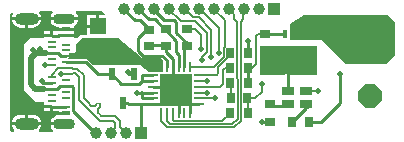
<source format=gtl>
G04*
G04 #@! TF.GenerationSoftware,Altium Limited,Altium Designer,18.1.7 (191)*
G04*
G04 Layer_Physical_Order=1*
G04 Layer_Color=255*
%FSLAX25Y25*%
%MOIN*%
G70*
G01*
G75*
%ADD10C,0.00787*%
%ADD11C,0.00984*%
%ADD13C,0.01000*%
%ADD36R,0.03543X0.03150*%
%ADD37O,0.00787X0.03347*%
%ADD38R,0.02953X0.01181*%
%ADD39R,0.02953X0.00984*%
%ADD40R,0.03543X0.02756*%
%ADD41R,0.02756X0.03543*%
%ADD42R,0.02087X0.01575*%
%ADD43R,0.09646X0.09449*%
%ADD44R,0.01575X0.02953*%
%ADD45R,0.02362X0.03937*%
%ADD46R,0.05512X0.05512*%
%ADD47R,0.03150X0.03543*%
%ADD48O,0.03347X0.00787*%
%ADD49R,0.10551X0.10551*%
%ADD50R,0.03937X0.03150*%
%ADD51C,0.01968*%
%ADD52C,0.00600*%
%ADD53C,0.00800*%
%ADD54P,0.08523X8X292.5*%
%ADD55O,0.08071X0.04035*%
%ADD56O,0.07284X0.03642*%
%ADD57R,0.03937X0.03937*%
%ADD58C,0.03937*%
%ADD59C,0.01968*%
G36*
X60554Y53816D02*
X60362Y53354D01*
X58681D01*
Y49598D01*
X58181D01*
Y49098D01*
X54425D01*
Y46850D01*
X52153D01*
X51083Y45781D01*
X50126D01*
Y46209D01*
X47650D01*
Y47209D01*
X50126D01*
Y48177D01*
X47650D01*
X45173D01*
Y48004D01*
X43228D01*
Y46512D01*
X42728D01*
Y46012D01*
X40252D01*
Y45669D01*
X35433D01*
X33465Y43701D01*
Y28445D01*
X37648Y24262D01*
X40252D01*
Y23390D01*
X42728D01*
Y22890D01*
X43228D01*
Y21398D01*
X45173D01*
Y21224D01*
X47650D01*
Y20224D01*
X45173D01*
Y20026D01*
X45140D01*
X44403Y19929D01*
X43717Y19645D01*
X43128Y19193D01*
X42676Y18604D01*
X42391Y17918D01*
X42360Y17681D01*
X46961D01*
Y16681D01*
X42360D01*
X42391Y16445D01*
X42676Y15758D01*
X43128Y15169D01*
X43261Y15067D01*
X43091Y14567D01*
X38689D01*
X38614Y14786D01*
X38561Y15067D01*
X39016Y15659D01*
X39320Y16393D01*
X39358Y16681D01*
X29367D01*
X29404Y16393D01*
X29708Y15659D01*
X30163Y15067D01*
X30110Y14786D01*
X30035Y14567D01*
X29134D01*
X28740Y14961D01*
Y53543D01*
X29537Y54340D01*
X29914Y54010D01*
X29708Y53742D01*
X29404Y53008D01*
X29367Y52720D01*
X39358D01*
X39320Y53008D01*
X39016Y53742D01*
X38646Y54224D01*
X38847Y54724D01*
X42948D01*
X43117Y54263D01*
X43122Y54224D01*
X42676Y53643D01*
X42391Y52957D01*
X42360Y52720D01*
X51561D01*
X51530Y52957D01*
X51245Y53643D01*
X50800Y54224D01*
X50805Y54263D01*
X50973Y54724D01*
X59646D01*
X60554Y53816D01*
D02*
G37*
G36*
X72423Y39355D02*
X72523Y39255D01*
X72523Y39255D01*
X72801Y39069D01*
X73130Y39004D01*
X73130Y39004D01*
X78435D01*
X79035Y38976D01*
X79724Y38287D01*
Y34449D01*
X75350D01*
X72047Y36614D01*
X56693D01*
X54669Y38638D01*
X48560D01*
X48493Y38722D01*
X48339Y39138D01*
X48443Y39294D01*
X48508Y39622D01*
X48443Y39951D01*
X48339Y40106D01*
X48493Y40522D01*
X48560Y40606D01*
X50250D01*
X50886Y41237D01*
X50886Y43615D01*
X53137Y45866D01*
X64862D01*
X72423Y39355D01*
D02*
G37*
G36*
X157185Y50984D02*
Y39961D01*
X154134Y36909D01*
X154035Y37008D01*
X141000D01*
X132929Y45079D01*
X122047D01*
Y50263D01*
X126772Y53445D01*
X154724D01*
X157185Y50984D01*
D02*
G37*
G36*
X131102Y33476D02*
X122315D01*
Y35034D01*
X124918Y37637D01*
X125104Y37916D01*
X125170Y38244D01*
X125104Y38573D01*
X124918Y38851D01*
X124640Y39037D01*
X124311Y39103D01*
X123982Y39037D01*
X123704Y38851D01*
X120850Y35997D01*
X120663Y35718D01*
X120598Y35390D01*
X120598Y35390D01*
Y33476D01*
X112587D01*
X112205Y33858D01*
X112205Y42913D01*
X131102D01*
X131102Y33476D01*
D02*
G37*
%LPC*%
G36*
X57681Y53354D02*
X54425D01*
Y50098D01*
X57681D01*
Y53354D01*
D02*
G37*
G36*
X51561Y51720D02*
X42360D01*
X42391Y51484D01*
X42676Y50798D01*
X43128Y50209D01*
X43717Y49757D01*
X44403Y49472D01*
X45140Y49375D01*
X45173D01*
Y49177D01*
X47650D01*
X50126D01*
Y49724D01*
X50204Y49757D01*
X50793Y50209D01*
X51245Y50798D01*
X51530Y51484D01*
X51561Y51720D01*
D02*
G37*
G36*
X39358D02*
X34862D01*
Y49177D01*
X36380D01*
X37168Y49280D01*
X37902Y49584D01*
X38532Y50068D01*
X39016Y50699D01*
X39320Y51433D01*
X39358Y51720D01*
D02*
G37*
G36*
X33862D02*
X29367D01*
X29404Y51433D01*
X29708Y50699D01*
X30192Y50068D01*
X30823Y49584D01*
X31557Y49280D01*
X32344Y49177D01*
X33862D01*
Y51720D01*
D02*
G37*
G36*
X42228Y48004D02*
X40252D01*
Y47012D01*
X42228D01*
Y48004D01*
D02*
G37*
G36*
Y22390D02*
X40252D01*
Y21398D01*
X42228D01*
Y22390D01*
D02*
G37*
G36*
X36380Y20225D02*
X34862D01*
Y17681D01*
X39358D01*
X39320Y17969D01*
X39016Y18703D01*
X38532Y19333D01*
X37902Y19817D01*
X37168Y20121D01*
X36380Y20225D01*
D02*
G37*
G36*
X33862D02*
X32344D01*
X31557Y20121D01*
X30823Y19817D01*
X30192Y19333D01*
X29708Y18703D01*
X29404Y17969D01*
X29367Y17681D01*
X33862D01*
Y20225D01*
D02*
G37*
%LPD*%
D10*
X58237Y22011D02*
G03*
X58237Y20897I557J-557D01*
G01*
X56010Y23124D02*
G03*
X57123Y23124I557J557D01*
G01*
X58927Y23814D02*
G03*
X57813Y23814I-557J-557D01*
G01*
X58927Y22701D02*
G03*
X58927Y23814I-557J557D01*
G01*
X40398Y36669D02*
X42728D01*
X44937Y35685D02*
X47650D01*
X42728Y33476D02*
X44937Y35685D01*
X45921Y33716D02*
X47650D01*
X98327Y36122D02*
X102264Y40059D01*
Y40650D01*
X98327Y34055D02*
Y36122D01*
X91732Y33465D02*
X97736D01*
X98327Y34055D01*
X53543Y25591D02*
X54872Y24262D01*
X59350Y19783D02*
X63743D01*
X54872Y24262D02*
X56010Y23124D01*
X58237Y22011D02*
X58927Y22701D01*
X57123Y23124D02*
X57813Y23814D01*
X58237Y20897D02*
X58794Y20340D01*
X59350Y19783D01*
X65551Y16142D02*
X67520Y14173D01*
X65551Y16142D02*
Y17975D01*
X63743Y19783D02*
X65551Y17975D01*
X53543Y25591D02*
Y33286D01*
X51341Y35488D02*
X53543Y33286D01*
X49716Y35488D02*
X51341D01*
X53939Y22968D02*
X58698Y18209D01*
X63976Y15630D02*
Y17323D01*
X63091Y18209D02*
X63976Y17323D01*
X58698Y18209D02*
X63091D01*
X51968Y24938D02*
X53939Y22968D01*
X51968Y24938D02*
Y32634D01*
X50689Y33913D02*
X51968Y32634D01*
X49716Y33913D02*
X50689D01*
X62520Y14173D02*
X63976Y15630D01*
X49520Y33716D02*
X49716Y33913D01*
X49520Y35685D02*
X49716Y35488D01*
X47650Y35685D02*
X49520D01*
X42728Y32732D02*
Y33476D01*
Y32732D02*
X43247D01*
X47650Y33716D02*
X49520D01*
X42728Y36669D02*
X42773Y36714D01*
D11*
X57331Y14173D02*
X57520D01*
X49968Y21536D02*
X57331Y14173D01*
X49968Y21536D02*
Y29418D01*
X49606Y29779D02*
X49968Y29418D01*
X47650Y29779D02*
X49606D01*
X83071Y29528D02*
Y36220D01*
X79134Y23622D02*
X84055Y28543D01*
X85039Y20866D02*
Y27559D01*
X84055Y28543D02*
X85039Y27559D01*
X68533Y23622D02*
X72441D01*
X67942Y24213D02*
X68533Y23622D01*
X66535Y24213D02*
X67942D01*
X67913Y34350D02*
X68602Y33661D01*
X40945Y40606D02*
X42728D01*
X40157Y28795D02*
X42728D01*
X39370Y30819D02*
Y31496D01*
Y30819D02*
X39425Y30764D01*
X80835Y41016D02*
Y43472D01*
X75000Y43406D02*
X80768D01*
X76378Y29528D02*
X81890D01*
X132382Y17717D02*
X138779Y24114D01*
Y33858D01*
X122736Y17717D02*
X127362Y22343D01*
Y23720D01*
X128642Y17717D02*
X132382D01*
X112697Y17717D02*
X115453D01*
X120866Y23130D02*
X121457Y23720D01*
X115256Y23130D02*
X120866D01*
X127362Y23720D02*
X128248Y22835D01*
X121457Y35390D02*
X124311Y38244D01*
X121457Y28051D02*
Y35390D01*
X68602Y33661D02*
X70276D01*
X71260Y27559D02*
X72618D01*
X72716Y27657D01*
X72815Y27559D01*
X65945Y30512D02*
X71732D01*
X62795Y33661D02*
X65945Y30512D01*
X58169Y33661D02*
X62795D01*
X77165Y51968D02*
X84252Y44882D01*
X85039Y36220D02*
Y40161D01*
X84252Y40949D02*
X85039Y40161D01*
X84252Y40949D02*
Y44882D01*
X83071Y36220D02*
Y38780D01*
X80835Y41016D02*
X83071Y38780D01*
X75224Y51968D02*
X77165D01*
X71681Y45598D02*
X75000Y48917D01*
X73130Y39862D02*
X79528D01*
X71681Y41311D02*
X73130Y39862D01*
X79528D02*
X81102Y38287D01*
X84350Y47355D02*
X87697Y44009D01*
X108169Y40650D02*
Y44587D01*
X83465Y51870D02*
X84350Y50984D01*
Y47355D02*
Y50984D01*
X76681Y55512D02*
X80323Y51870D01*
X83465D01*
X87697Y43209D02*
Y44009D01*
X87008Y42520D02*
X87697Y43209D01*
X80768Y43406D02*
X80835Y43472D01*
X66681Y55512D02*
X70618Y51575D01*
X72342D01*
X75000Y48917D01*
X71681Y41311D02*
Y45598D01*
Y55512D02*
X75224Y51968D01*
X71681Y54598D02*
Y55512D01*
X87008Y36220D02*
Y42520D01*
X81102Y36220D02*
Y38287D01*
X71732Y30512D02*
X72716Y31496D01*
X54177Y37654D02*
X58169Y33661D01*
X72441Y23622D02*
X76378D01*
X72441Y14252D02*
X72520Y14173D01*
X72441Y14252D02*
Y23622D01*
X72815Y25886D02*
X73110Y25591D01*
X76378D01*
X72815Y25886D02*
Y27559D01*
X83071Y29528D02*
X84055Y28543D01*
X72716Y31496D02*
Y33188D01*
X72993Y33465D01*
X76378D01*
X72716Y31496D02*
X76378D01*
X72815Y27559D02*
X76378D01*
Y23622D02*
X79134D01*
X86221Y26378D02*
X88976Y23622D01*
X91732D01*
X88976Y20866D02*
Y23622D01*
X47650Y37654D02*
X54177D01*
X39425Y30764D02*
X42728D01*
X45406Y29779D02*
X47650D01*
X44421Y28795D02*
X45406Y29779D01*
X42728Y28795D02*
X44421D01*
X44724Y22890D02*
X44921Y22693D01*
X42728Y22890D02*
X44724D01*
X44921Y22693D02*
X47650D01*
X45839Y39622D02*
X47650D01*
X44854Y40606D02*
X45839Y39622D01*
X42728Y40606D02*
X44854D01*
X45059Y46709D02*
X47650D01*
X44862Y46512D02*
X45059Y46709D01*
X42728Y46512D02*
X44862D01*
D13*
X113976Y47146D02*
X114032Y47201D01*
X120472D01*
X108169Y30779D02*
Y35799D01*
D36*
X80905Y43110D02*
D03*
Y48622D02*
D03*
X75295Y48425D02*
D03*
Y42913D02*
D03*
D37*
X79134Y20866D02*
D03*
X81102D02*
D03*
X83071D02*
D03*
X85039D02*
D03*
X87008D02*
D03*
X88976D02*
D03*
Y36220D02*
D03*
X87008D02*
D03*
X85039D02*
D03*
X83071D02*
D03*
X81102D02*
D03*
X79134D02*
D03*
D38*
X47650Y48677D02*
D03*
Y20724D02*
D03*
D39*
Y46709D02*
D03*
Y43559D02*
D03*
Y41591D02*
D03*
Y39622D02*
D03*
Y37654D02*
D03*
Y35685D02*
D03*
Y33716D02*
D03*
Y31748D02*
D03*
Y29779D02*
D03*
Y27811D02*
D03*
Y25842D02*
D03*
Y22693D02*
D03*
X42728Y22890D02*
D03*
Y24858D02*
D03*
Y26827D02*
D03*
Y28795D02*
D03*
Y30764D02*
D03*
Y32732D02*
D03*
Y36669D02*
D03*
Y38638D02*
D03*
Y40606D02*
D03*
Y42575D02*
D03*
Y44543D02*
D03*
Y46512D02*
D03*
D40*
X87697Y42913D02*
D03*
Y48819D02*
D03*
X113976Y41240D02*
D03*
Y47146D02*
D03*
X115453Y17717D02*
D03*
Y23622D02*
D03*
D41*
X108169Y40650D02*
D03*
X102264D02*
D03*
X108169Y30779D02*
D03*
X102264D02*
D03*
X108165Y20685D02*
D03*
X102260D02*
D03*
X108169Y35799D02*
D03*
X102264D02*
D03*
X128642Y17717D02*
D03*
X122736D02*
D03*
D42*
X130118Y41197D02*
D03*
X118504D02*
D03*
D43*
X124311Y38244D02*
D03*
D44*
X120472Y47201D02*
D03*
X123031D02*
D03*
X125591D02*
D03*
X128150D02*
D03*
D45*
X66535Y24213D02*
D03*
X62795Y33661D02*
D03*
X70276D02*
D03*
D46*
X58181Y49598D02*
D03*
Y42512D02*
D03*
D47*
X102461Y25760D02*
D03*
X107973D02*
D03*
D48*
X76378Y33465D02*
D03*
Y31496D02*
D03*
Y29528D02*
D03*
Y27559D02*
D03*
Y25591D02*
D03*
Y23622D02*
D03*
X91732D02*
D03*
Y25591D02*
D03*
Y27559D02*
D03*
Y29528D02*
D03*
Y31496D02*
D03*
Y33465D02*
D03*
D49*
X84055Y28543D02*
D03*
D50*
X121457Y28051D02*
D03*
Y23720D02*
D03*
X127362Y28051D02*
D03*
Y23720D02*
D03*
D51*
X35827Y38953D02*
X37480Y40606D01*
X35827Y30315D02*
Y38953D01*
X37480Y40606D02*
X40945D01*
X35827Y30315D02*
X37346Y28795D01*
X40157D01*
D52*
X88976Y36220D02*
X96949D01*
X100236Y39507D01*
X101681Y55512D02*
X103543Y53650D01*
Y52126D02*
Y53650D01*
Y52126D02*
X104685Y50984D01*
Y45349D02*
Y50984D01*
X106681Y52055D02*
Y55512D01*
X105748Y51122D02*
X106681Y52055D01*
X105748Y45019D02*
Y51122D01*
X100236Y39507D02*
Y42691D01*
X100394Y42848D01*
Y51799D01*
X96681Y55512D02*
X100394Y51799D01*
X103572Y16013D02*
X105709Y18150D01*
Y18898D01*
X81329Y16013D02*
X103572D01*
X105709Y18898D02*
X105748Y45019D01*
X102889Y16963D02*
X104724Y18799D01*
X82348Y16963D02*
X102889D01*
X104685Y45349D02*
X104724Y18799D01*
X79134Y18209D02*
X81329Y16013D01*
X79134Y18209D02*
Y20866D01*
X81102Y18209D02*
Y20866D01*
Y18209D02*
X82348Y16963D01*
D53*
X112697Y27854D02*
Y30315D01*
X110602Y25760D02*
X112697Y27854D01*
X92520Y41929D02*
Y46752D01*
X90453Y48819D02*
X92520Y46752D01*
X87697Y48819D02*
X90453D01*
X94390Y41043D02*
Y47539D01*
X92815Y39469D02*
X94390Y41043D01*
X90551Y51378D02*
X94390Y47539D01*
X127362Y28051D02*
X131398D01*
X107973Y25760D02*
X110602D01*
X91732Y52658D02*
X95965Y48425D01*
X89990Y52658D02*
X91732D01*
X87136Y55512D02*
X89990Y52658D01*
X85815Y51378D02*
X90551D01*
X81681Y55512D02*
X85815Y51378D01*
X102264Y30779D02*
X102461Y30583D01*
Y25760D02*
Y30583D01*
X107973Y25760D02*
X108165Y25567D01*
Y20685D02*
Y25567D01*
X99588Y18013D02*
X102082Y20507D01*
X83463Y18013D02*
X99588D01*
X83071Y18406D02*
X83463Y18013D01*
X83071Y18406D02*
Y20866D01*
X111614Y47146D02*
X113976D01*
X110728Y46260D02*
X111614Y47146D01*
X110728Y36909D02*
Y46260D01*
X109618Y35799D02*
X110728Y36909D01*
X108169Y35799D02*
X109618D01*
X92815Y38465D02*
Y39469D01*
X95965Y39469D02*
Y48425D01*
X92126Y55512D02*
X98528Y49109D01*
Y40652D02*
Y49109D01*
X86681Y55512D02*
X87136D01*
X91681D02*
X92126D01*
X91732Y25591D02*
X97342D01*
X91732Y27559D02*
X94488D01*
X91732Y31496D02*
X94587D01*
X91732Y29528D02*
X98917D01*
X99705Y30315D01*
Y34941D01*
X100563Y35799D01*
X102264D01*
D54*
X148917Y26476D02*
D03*
Y46161D02*
D03*
D55*
X34362Y52220D02*
D03*
Y17181D02*
D03*
D56*
X46961Y52220D02*
D03*
Y17181D02*
D03*
D57*
X116732Y55413D02*
D03*
X72520Y14173D02*
D03*
D58*
X111732Y55413D02*
D03*
X106732D02*
D03*
X101732D02*
D03*
X96732D02*
D03*
X91732D02*
D03*
X86732D02*
D03*
X81732D02*
D03*
X76732D02*
D03*
X71732D02*
D03*
X66732D02*
D03*
X67520Y14173D02*
D03*
X62520D02*
D03*
X57520D02*
D03*
D59*
X57123Y39951D02*
D03*
Y42512D02*
D03*
X36614Y41732D02*
D03*
X39016Y41929D02*
D03*
X40398Y36669D02*
D03*
X45921Y33716D02*
D03*
X39370Y31496D02*
D03*
X54425Y40106D02*
D03*
Y42569D02*
D03*
X120866Y37626D02*
D03*
Y34941D02*
D03*
X124311Y34990D02*
D03*
X124409Y37555D02*
D03*
X127488D02*
D03*
Y34941D02*
D03*
X115453D02*
D03*
Y37626D02*
D03*
X118110Y34941D02*
D03*
Y37654D02*
D03*
X112697Y30315D02*
D03*
X135630Y43898D02*
D03*
X92520Y41929D02*
D03*
X131398Y28051D02*
D03*
X138779Y33858D02*
D03*
X112697Y17717D02*
D03*
X71260Y27559D02*
D03*
X68307Y34350D02*
D03*
X108169Y44587D02*
D03*
X92815Y38465D02*
D03*
X95965Y39469D02*
D03*
X98528Y40652D02*
D03*
X97342Y25591D02*
D03*
X94488Y27559D02*
D03*
X94587Y31496D02*
D03*
X81890Y30709D02*
D03*
X86221D02*
D03*
X81890Y26378D02*
D03*
X86221D02*
D03*
M02*

</source>
